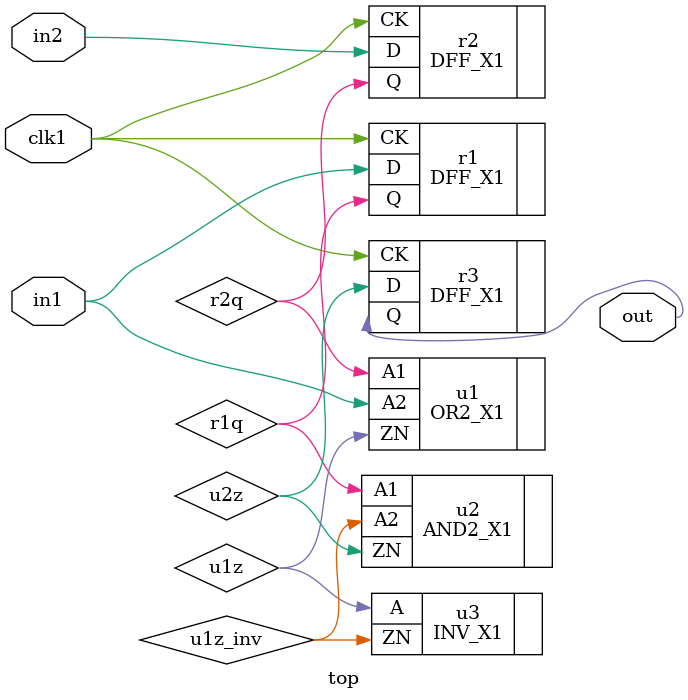
<source format=v>
module top (in1, in2, clk1,  out);
   input in1, in2, clk1;
   output out;
   wire   r1q, r2q, u1z, u2z,u1z_inv;

  DFF_X1 r1 (.D(in1), .CK(clk1), .Q(r1q));
  DFF_X1 r2 (.D(in2), .CK(clk1), .Q(r2q));
  OR2_X1 u1 (.A1(r2q), .A2(in1), .ZN(u1z));
  INV_X1 u3 (.A(u1z),.ZN(u1z_inv));
  AND2_X1 u2 (.A1(r1q), .A2(u1z_inv), .ZN(u2z));
  DFF_X1 r3 (.D(u2z), .CK(clk1), .Q(out));
endmodule // top

</source>
